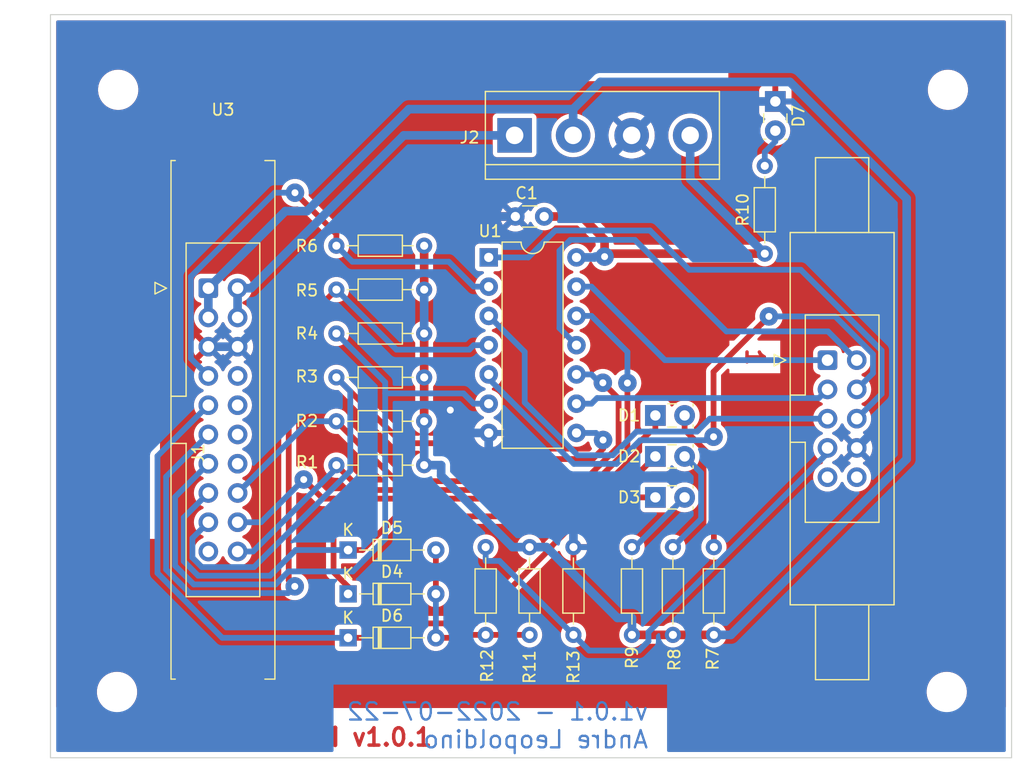
<source format=kicad_pcb>
(kicad_pcb (version 20211014) (generator pcbnew)
  (layers (0 "F.Cu" signal) (31 "B.Cu" signal) (34 "B.Paste" user) (35 "F.Paste" user) (36 "B.SilkS" user "B.Silkscreen") (37 "F.SilkS" user "F.Silkscreen") (38 "B.Mask" user) (39 "F.Mask" user) (44 "Edge.Cuts" user))
  (net 0 "")
  (net 1 "+5V")
  (net 2 "GND")
  (net 3 "ERROR_A\\")
  (net 4 "ERROR_B\\")
  (net 5 "ERROR_C\\")
  (net 6 "/ERR_ALL")
  (net 7 "Net-(D7-Pad2)")
  (net 8 "DSP_PWM_A_TOP")
  (net 9 "DSP_PWM_A_BOTTOM")
  (net 10 "DSP_PWM_B_TOP")
  (net 11 "DSP_PWM_B_BOTTOM")
  (net 12 "DSP_PWM_C_TOP")
  (net 13 "DSP_PWM_C_BOTTOM")
  (net 14 "DSP_ERROR\\")
  (net 17 "-15V")
  (net 18 "+15V")
  (net 19 "PWM_A_TOP")
  (net 20 "PWM_A_BOTTOM")
  (net 21 "PWM_B_TOP")
  (net 22 "PWM_B_BOTTOM")
  (net 23 "PWM_C_TOP")
  (net 24 "PWM_C_BOTTOM")
  (net 30 "/LED_ERR_A")
  (net 31 "/LED_ERR_B")
  (net 32 "/LED_ERR_C")
  (footprint "MountingHole:MountingHole_2.7mm" (layer "F.Cu") (at 106.2736 56.6928)
    (fp_text reference "H3" (at 0.1016 -0.0508) (layer "F.SilkS"))
    (fp_text value "MountingHole")
    (pad "" np_thru_hole circle (at 0 0) (size 2.7 2.7) (drill 2.7) (layers *.Cu *.Mask))
  )
  (footprint "Package_DIP:DIP-14_W7.62mm" (layer "F.Cu") (at 138.44 71.242)
    (fp_text reference "U1" (at 0.117 -2.281) (layer "F.SilkS"))
    (fp_text value "74LS07")
    (pad "1" thru_hole rect (at 0 0) (size 1.6 1.6) (drill 0.8) (layers *.Cu *.Mask) (net 13 "DSP_PWM_C_BOTTOM"))
    (pad "2" thru_hole oval (at 0 2.54) (size 1.6 1.6) (drill 0.8) (layers *.Cu *.Mask) (net 24 "PWM_C_BOTTOM"))
    (pad "3" thru_hole oval (at 0 5.08) (size 1.6 1.6) (drill 0.8) (layers *.Cu *.Mask) (net 12 "DSP_PWM_C_TOP"))
    (pad "4" thru_hole oval (at 0 7.62) (size 1.6 1.6) (drill 0.8) (layers *.Cu *.Mask) (net 23 "PWM_C_TOP"))
    (pad "5" thru_hole oval (at 0 10.16) (size 1.6 1.6) (drill 0.8) (layers *.Cu *.Mask) (net 11 "DSP_PWM_B_BOTTOM"))
    (pad "6" thru_hole oval (at 0 12.7) (size 1.6 1.6) (drill 0.8) (layers *.Cu *.Mask) (net 22 "PWM_B_BOTTOM"))
    (pad "7" thru_hole oval (at 0 15.24) (size 1.6 1.6) (drill 0.8) (layers *.Cu *.Mask) (net 2 "GND"))
    (pad "8" thru_hole oval (at 7.62 15.24) (size 1.6 1.6) (drill 0.8) (layers *.Cu *.Mask) (net 21 "PWM_B_TOP"))
    (pad "9" thru_hole oval (at 7.62 12.7) (size 1.6 1.6) (drill 0.8) (layers *.Cu *.Mask) (net 10 "DSP_PWM_B_TOP"))
    (pad "10" thru_hole oval (at 7.62 10.16) (size 1.6 1.6) (drill 0.8) (layers *.Cu *.Mask) (net 20 "PWM_A_BOTTOM"))
    (pad "11" thru_hole oval (at 7.62 7.62) (size 1.6 1.6) (drill 0.8) (layers *.Cu *.Mask) (net 9 "DSP_PWM_A_BOTTOM"))
    (pad "12" thru_hole oval (at 7.62 5.08) (size 1.6 1.6) (drill 0.8) (layers *.Cu *.Mask) (net 19 "PWM_A_TOP"))
    (pad "13" thru_hole oval (at 7.62 2.54) (size 1.6 1.6) (drill 0.8) (layers *.Cu *.Mask) (net 8 "DSP_PWM_A_TOP"))
    (pad "14" thru_hole oval (at 7.62 0) (size 1.6 1.6) (drill 0.8) (layers *.Cu *.Mask) (net 1 "+5V"))
  )
  (footprint "MountingHole:MountingHole_2.7mm" (layer "F.Cu") (at 106.172 108.966)
    (fp_text reference "H2" (at 0.1016 0) (layer "F.SilkS"))
    (fp_text value "MountingHole")
    (pad "" np_thru_hole circle (at 0 0) (size 2.7 2.7) (drill 2.7) (layers *.Cu *.Mask))
  )
  (footprint "TerminalBlock:TerminalBlock_bornier-4_P5.08mm" (layer "F.Cu") (at 140.6897 60.6475)
    (fp_text reference "J2" (at -3.9107 0.1855) (layer "F.SilkS"))
    (fp_text value "Screw_Terminal_01x04")
    (pad "1" thru_hole rect (at 0 0) (size 3 3) (drill 1.52) (layers *.Cu "B.Mask") (net 17 "-15V"))
    (pad "2" thru_hole circle (at 5.08 0) (size 3 3) (drill 1.52) (layers *.Cu "B.Mask") (net 18 "+15V"))
    (pad "3" thru_hole circle (at 10.16 0) (size 3 3) (drill 1.52) (layers *.Cu "B.Mask") (net 2 "GND"))
    (pad "4" thru_hole circle (at 15.24 0) (size 3 3) (drill 1.52) (layers *.Cu "B.Mask") (net 1 "+5V"))
  )
  (footprint "LED_THT:LED_Rectangular_W3.9mm_H1.9mm" (layer "F.Cu") (at 152.908 88.519)
    (fp_text reference "D2" (at -2.281 0) (layer "F.SilkS"))
    (fp_text value "LED GREEN")
    (pad "1" thru_hole rect (at 0 0) (size 1.8 1.8) (drill 0.9) (layers *.Cu *.Mask) (net 4 "ERROR_B\\"))
    (pad "2" thru_hole circle (at 2.54 0) (size 1.8 1.8) (drill 0.9) (layers *.Cu *.Mask) (net 31 "/LED_ERR_B"))
  )
  (footprint "Resistor_THT:R_Axial_DIN0204_L3.6mm_D1.6mm_P7.62mm_Horizontal" (layer "F.Cu") (at 125.2157 85.4678)
    (fp_text reference "R2" (at -2.5654 -0.0254) (layer "F.SilkS"))
    (fp_text value "1k")
    (pad "1" thru_hole circle (at 0 0) (size 1.4 1.4) (drill 0.7) (layers *.Cu *.Mask) (net 20 "PWM_A_BOTTOM"))
    (pad "2" thru_hole oval (at 7.62 0) (size 1.4 1.4) (drill 0.7) (layers *.Cu *.Mask) (net 18 "+15V"))
  )
  (footprint "Connector_IDC:IDC-Header_2x05_P2.54mm_Latch6.5mm_Vertical" (layer "F.Cu") (at 167.8527 80.1624)
    (fp_text reference "J1" (at -54.6318 8.1074 270) (layer "F.SilkS"))
    (fp_text value "Conn_02x05_Odd_Even")
    (pad "1" thru_hole roundrect (at 0 0) (size 1.7 1.7) (drill 1) (layers *.Cu *.Mask) (roundrect_rratio 0.1470588235) (net 8 "DSP_PWM_A_TOP"))
    (pad "2" thru_hole circle (at 2.54 0) (size 1.7 1.7) (drill 1) (layers *.Cu *.Mask) (net 9 "DSP_PWM_A_BOTTOM"))
    (pad "3" thru_hole circle (at 0 2.54) (size 1.7 1.7) (drill 1) (layers *.Cu *.Mask) (net 10 "DSP_PWM_B_TOP"))
    (pad "4" thru_hole circle (at 2.54 2.54) (size 1.7 1.7) (drill 1) (layers *.Cu *.Mask) (net 11 "DSP_PWM_B_BOTTOM"))
    (pad "5" thru_hole circle (at 0 5.08) (size 1.7 1.7) (drill 1) (layers *.Cu *.Mask) (net 12 "DSP_PWM_C_TOP"))
    (pad "6" thru_hole circle (at 2.54 5.08) (size 1.7 1.7) (drill 1) (layers *.Cu *.Mask) (net 13 "DSP_PWM_C_BOTTOM"))
    (pad "7" thru_hole circle (at 0 7.62) (size 1.7 1.7) (drill 1) (layers *.Cu *.Mask) (net 14 "DSP_ERROR\\"))
    (pad "8" thru_hole circle (at 2.54 7.62) (size 1.7 1.7) (drill 1) (layers *.Cu *.Mask) (net 2 "GND"))
    (pad "9" thru_hole circle (at 0 10.16) (size 1.7 1.7) (drill 1) (layers *.Cu *.Mask))
    (pad "10" thru_hole circle (at 2.54 10.16) (size 1.7 1.7) (drill 1) (layers *.Cu *.Mask))
  )
  (footprint "Resistor_THT:R_Axial_DIN0204_L3.6mm_D1.6mm_P7.62mm_Horizontal" (layer "F.Cu") (at 154.432 96.393 -90)
    (fp_text reference "R8" (at 9.779 -0.127 90) (layer "F.SilkS"))
    (fp_text value "1k")
    (pad "1" thru_hole circle (at 0 0 270) (size 1.4 1.4) (drill 0.7) (layers *.Cu *.Mask) (net 31 "/LED_ERR_B"))
    (pad "2" thru_hole oval (at 7.62 0 270) (size 1.4 1.4) (drill 0.7) (layers *.Cu *.Mask) (net 18 "+15V"))
  )
  (footprint "MountingHole:MountingHole_2.7mm" (layer "F.Cu") (at 178.2064 108.966)
    (fp_text reference "H4" (at 0.2032 0) (layer "F.SilkS"))
    (fp_text value "MountingHole")
    (pad "" np_thru_hole circle (at 0 0) (size 2.7 2.7) (drill 2.7) (layers *.Cu *.Mask))
  )
  (footprint "Resistor_THT:R_Axial_DIN0204_L3.6mm_D1.6mm_P7.62mm_Horizontal" (layer "F.Cu") (at 125.2157 89.2778)
    (fp_text reference "R1" (at -2.5337 -0.2508) (layer "F.SilkS"))
    (fp_text value "1k")
    (pad "1" thru_hole circle (at 0 0) (size 1.4 1.4) (drill 0.7) (layers *.Cu *.Mask) (net 19 "PWM_A_TOP"))
    (pad "2" thru_hole oval (at 7.62 0) (size 1.4 1.4) (drill 0.7) (layers *.Cu *.Mask) (net 18 "+15V"))
  )
  (footprint "LED_THT:LED_Rectangular_W3.9mm_H1.9mm" (layer "F.Cu") (at 163.322 57.7038 -90)
    (fp_text reference "D7" (at 1.27 -2.01 -90) (layer "F.SilkS"))
    (fp_text value "LED GREEN")
    (pad "1" thru_hole rect (at 0 0 270) (size 1.8 1.8) (drill 0.9) (layers *.Cu *.Mask) (net 2 "GND"))
    (pad "2" thru_hole circle (at 2.54 0 270) (size 1.8 1.8) (drill 0.9) (layers *.Cu *.Mask) (net 7 "Net-(D7-Pad2)"))
  )
  (footprint "Resistor_THT:R_Axial_DIN0204_L3.6mm_D1.6mm_P7.62mm_Horizontal" (layer "F.Cu") (at 145.796 104.013 90)
    (fp_text reference "R13" (at -2.794 0 90) (layer "F.SilkS"))
    (fp_text value "4k7")
    (pad "1" thru_hole circle (at 0 0 90) (size 1.4 1.4) (drill 0.7) (layers *.Cu *.Mask) (net 14 "DSP_ERROR\\"))
    (pad "2" thru_hole oval (at 7.62 0 90) (size 1.4 1.4) (drill 0.7) (layers *.Cu *.Mask) (net 2 "GND"))
  )
  (footprint "Resistor_THT:R_Axial_DIN0204_L3.6mm_D1.6mm_P7.62mm_Horizontal" (layer "F.Cu") (at 157.988 96.393 -90)
    (fp_text reference "R7" (at 9.7282 0.1016 90) (layer "F.SilkS"))
    (fp_text value "1k")
    (pad "1" thru_hole circle (at 0 0 270) (size 1.4 1.4) (drill 0.7) (layers *.Cu *.Mask) (net 30 "/LED_ERR_A"))
    (pad "2" thru_hole oval (at 7.62 0 270) (size 1.4 1.4) (drill 0.7) (layers *.Cu *.Mask) (net 18 "+15V"))
  )
  (footprint "Resistor_THT:R_Axial_DIN0204_L3.6mm_D1.6mm_P7.62mm_Horizontal" (layer "F.Cu") (at 125.2157 70.2278)
    (fp_text reference "R6" (at -2.5654 0.0254) (layer "F.SilkS"))
    (fp_text value "1k")
    (pad "1" thru_hole circle (at 0 0) (size 1.4 1.4) (drill 0.7) (layers *.Cu *.Mask) (net 24 "PWM_C_BOTTOM"))
    (pad "2" thru_hole oval (at 7.62 0) (size 1.4 1.4) (drill 0.7) (layers *.Cu *.Mask) (net 18 "+15V"))
  )
  (footprint "Diode_THT:D_DO-34_SOD68_P7.62mm_Horizontal" (layer "F.Cu") (at 126.233 96.647)
    (fp_text reference "D5" (at 3.81 -1.92) (layer "F.SilkS"))
    (fp_text value "D")
    (fp_text user "K" (at 0 -1.75) (layer "F.SilkS"))
    (pad "1" thru_hole rect (at 0 0) (size 1.5 1.5) (drill 0.75) (layers *.Cu *.Mask) (net 4 "ERROR_B\\"))
    (pad "2" thru_hole oval (at 7.62 0) (size 1.5 1.5) (drill 0.75) (layers *.Cu *.Mask) (net 6 "/ERR_ALL"))
  )
  (footprint "Capacitor_THT:C_Disc_D3.0mm_W1.6mm_P2.50mm" (layer "F.Cu") (at 143.256 67.691 180)
    (fp_text reference "C1" (at 1.524 2.032) (layer "F.SilkS"))
    (fp_text value "1n")
    (pad "1" thru_hole circle (at 0 0 180) (size 1.6 1.6) (drill 0.8) (layers *.Cu *.Mask) (net 1 "+5V"))
    (pad "2" thru_hole circle (at 2.5 0 180) (size 1.6 1.6) (drill 0.8) (layers *.Cu *.Mask) (net 2 "GND"))
  )
  (footprint "Resistor_THT:R_Axial_DIN0204_L3.6mm_D1.6mm_P7.62mm_Horizontal" (layer "F.Cu") (at 125.2157 81.6578)
    (fp_text reference "R3" (at -2.5654 -0.0762) (layer "F.SilkS"))
    (fp_text value "1k")
    (pad "1" thru_hole circle (at 0 0) (size 1.4 1.4) (drill 0.7) (layers *.Cu *.Mask) (net 21 "PWM_B_TOP"))
    (pad "2" thru_hole oval (at 7.62 0) (size 1.4 1.4) (drill 0.7) (layers *.Cu *.Mask) (net 18 "+15V"))
  )
  (footprint "Resistor_THT:R_Axial_DIN0204_L3.6mm_D1.6mm_P7.62mm_Horizontal" (layer "F.Cu") (at 150.876 96.393 -90)
    (fp_text reference "R9" (at 9.6012 0 90) (layer "F.SilkS"))
    (fp_text value "1k")
    (pad "1" thru_hole circle (at 0 0 270) (size 1.4 1.4) (drill 0.7) (layers *.Cu *.Mask) (net 32 "/LED_ERR_C"))
    (pad "2" thru_hole oval (at 7.62 0 270) (size 1.4 1.4) (drill 0.7) (layers *.Cu *.Mask) (net 18 "+15V"))
  )
  (footprint "LED_THT:LED_Rectangular_W3.9mm_H1.9mm" (layer "F.Cu") (at 152.908 84.963)
    (fp_text reference "D1" (at -2.281 0) (layer "F.SilkS"))
    (fp_text value "LED YELLOW")
    (pad "1" thru_hole rect (at 0 0) (size 1.8 1.8) (drill 0.9) (layers *.Cu *.Mask) (net 3 "ERROR_A\\"))
    (pad "2" thru_hole circle (at 2.54 0) (size 1.8 1.8) (drill 0.9) (layers *.Cu *.Mask) (net 30 "/LED_ERR_A"))
  )
  (footprint "Resistor_THT:R_Axial_DIN0204_L3.6mm_D1.6mm_P7.62mm_Horizontal" (layer "F.Cu") (at 162.4076 70.9168 90)
    (fp_text reference "R10" (at 3.81 -1.92 90) (layer "F.SilkS"))
    (fp_text value "330")
    (pad "1" thru_hole circle (at 0 0 90) (size 1.4 1.4) (drill 0.7) (layers *.Cu *.Mask) (net 1 "+5V"))
    (pad "2" thru_hole oval (at 7.62 0 90) (size 1.4 1.4) (drill 0.7) (layers *.Cu *.Mask) (net 7 "Net-(D7-Pad2)"))
  )
  (footprint "Resistor_THT:R_Axial_DIN0204_L3.6mm_D1.6mm_P7.62mm_Horizontal" (layer "F.Cu") (at 125.2157 74.0378)
    (fp_text reference "R5" (at -2.5654 0.0762) (layer "F.SilkS"))
    (fp_text value "1k")
    (pad "1" thru_hole circle (at 0 0) (size 1.4 1.4) (drill 0.7) (layers *.Cu *.Mask) (net 23 "PWM_C_TOP"))
    (pad "2" thru_hole oval (at 7.62 0) (size 1.4 1.4) (drill 0.7) (layers *.Cu *.Mask) (net 18 "+15V"))
  )
  (footprint "Diode_THT:D_DO-34_SOD68_P7.62mm_Horizontal" (layer "F.Cu") (at 126.233 100.457)
    (fp_text reference "D4" (at 3.81 -1.92) (layer "F.SilkS"))
    (fp_text value "D")
    (fp_text user "K" (at 0 -1.75) (layer "F.SilkS"))
    (pad "1" thru_hole rect (at 0 0) (size 1.5 1.5) (drill 0.75) (layers *.Cu *.Mask) (net 3 "ERROR_A\\"))
    (pad "2" thru_hole oval (at 7.62 0) (size 1.5 1.5) (drill 0.75) (layers *.Cu *.Mask) (net 6 "/ERR_ALL"))
  )
  (footprint "doutorado:PL-117-V01-2" (layer "F.Cu") (at 115.3685 85.3441)
    (fp_text reference "U3" (at 0 -26.924 unlocked) (layer "F.SilkS"))
    (fp_text value "PL-117-V01")
    (pad "1" thru_hole roundrect (at -1.27 -11.43) (size 1.7 1.7) (drill 1) (layers *.Cu *.Mask) (roundrect_rratio 0.1470588235) (net 18 "+15V"))
    (pad "2" thru_hole circle (at 1.27 -11.43) (size 1.7 1.7) (drill 1) (layers *.Cu *.Mask) (net 17 "-15V"))
    (pad "3" thru_hole circle (at -1.27 -8.89) (size 1.7 1.7) (drill 1) (layers *.Cu *.Mask) (net 18 "+15V"))
    (pad "4" thru_hole circle (at 1.27 -8.89) (size 1.7 1.7) (drill 1) (layers *.Cu *.Mask) (net 17 "-15V"))
    (pad "5" thru_hole circle (at -1.27 -6.35) (size 1.7 1.7) (drill 1) (layers *.Cu *.Mask) (net 2 "GND"))
    (pad "6" thru_hole circle (at 1.27 -6.35) (size 1.7 1.7) (drill 1) (layers *.Cu *.Mask) (net 2 "GND"))
    (pad "7" thru_hole circle (at -1.27 -3.81) (size 1.7 1.7) (drill 1) (layers *.Cu *.Mask) (net 24 "PWM_C_BOTTOM"))
    (pad "8" thru_hole circle (at 1.27 -3.81) (size 1.7 1.7) (drill 1) (layers *.Cu *.Mask))
    (pad "9" thru_hole circle (at -1.27 -1.27) (size 1.7 1.7) (drill 1) (layers *.Cu *.Mask) (net 5 "ERROR_C\\"))
    (pad "10" thru_hole circle (at 1.27 -1.27) (size 1.7 1.7) (drill 1) (layers *.Cu *.Mask))
    (pad "11" thru_hole circle (at -1.27 1.27) (size 1.7 1.7) (drill 1) (layers *.Cu *.Mask) (net 23 "PWM_C_TOP"))
    (pad "12" thru_hole circle (at 1.27 1.27) (size 1.7 1.7) (drill 1) (layers *.Cu *.Mask))
    (pad "13" thru_hole circle (at -1.27 3.81) (size 1.7 1.7) (drill 1) (layers *.Cu *.Mask) (net 22 "PWM_B_BOTTOM"))
    (pad "14" thru_hole circle (at 1.27 3.81) (size 1.7 1.7) (drill 1) (layers *.Cu *.Mask))
    (pad "15" thru_hole circle (at -1.27 6.35) (size 1.7 1.7) (drill 1) (layers *.Cu *.Mask) (net 4 "ERROR_B\\"))
    (pad "16" thru_hole circle (at 1.27 6.35) (size 1.7 1.7) (drill 1) (layers *.Cu *.Mask) (net 20 "PWM_A_BOTTOM"))
    (pad "17" thru_hole circle (at -1.27 8.89) (size 1.7 1.7) (drill 1) (layers *.Cu *.Mask) (net 21 "PWM_B_TOP"))
    (pad "18" thru_hole circle (at 1.27 8.89) (size 1.7 1.7) (drill 1) (layers *.Cu *.Mask) (net 3 "ERROR_A\\"))
    (pad "19" thru_hole circle (at -1.27 11.43) (size 1.7 1.7) (drill 1) (layers *.Cu *.Mask))
    (pad "20" thru_hole circle (at 1.27 11.43) (size 1.7 1.7) (drill 1) (layers *.Cu *.Mask) (net 19 "PWM_A_TOP"))
  )
  (footprint "Resistor_THT:R_Axial_DIN0204_L3.6mm_D1.6mm_P7.62mm_Horizontal" (layer "F.Cu") (at 141.986 104.013 90)
    (fp_text reference "R11" (at -2.794 0 90) (layer "F.SilkS"))
    (fp_text value "4k7")
    (pad "1" thru_hole circle (at 0 0 90) (size 1.4 1.4) (drill 0.7) (layers *.Cu *.Mask) (net 6 "/ERR_ALL"))
    (pad "2" thru_hole oval (at 7.62 0 90) (size 1.4 1.4) (drill 0.7) (layers *.Cu *.Mask) (net 18 "+15V"))
  )
  (footprint "MountingHole:MountingHole_2.7mm" (layer "F.Cu") (at 178.308 56.6928)
    (fp_text reference "H1" (at 0 -0.0508) (layer "F.SilkS"))
    (fp_text value "MountingHole")
    (pad "" np_thru_hole circle (at 0 0) (size 2.7 2.7) (drill 2.7) (layers *.Cu *.Mask))
  )
  (footprint "Diode_THT:D_DO-34_SOD68_P7.62mm_Horizontal" (layer "F.Cu") (at 126.233 104.267)
    (fp_text reference "D6" (at 3.81 -1.92) (layer "F.SilkS"))
    (fp_text value "D")
    (fp_text user "K" (at 0 -1.75) (layer "F.SilkS"))
    (pad "1" thru_hole rect (at 0 0) (size 1.5 1.5) (drill 0.75) (layers *.Cu *.Mask) (net 5 "ERROR_C\\"))
    (pad "2" thru_hole oval (at 7.62 0) (size 1.5 1.5) (drill 0.75) (layers *.Cu *.Mask) (net 6 "/ERR_ALL"))
  )
  (footprint "Resistor_THT:R_Axial_DIN0204_L3.6mm_D1.6mm_P7.62mm_Horizontal" (layer "F.Cu") (at 125.2157 77.8478)
    (fp_text reference "R4" (at -2.5654 0) (layer "F.SilkS"))
    (fp_text value "1k")
    (pad "1" thru_hole circle (at 0 0) (size 1.4 1.4) (drill 0.7) (layers *.Cu *.Mask) (net 22 "PWM_B_BOTTOM"))
    (pad "2" thru_hole oval (at 7.62 0) (size 1.4 1.4) (drill 0.7) (layers *.Cu *.Mask) (net 18 "+15V"))
  )
  (footprint "LED_THT:LED_Rectangular_W3.9mm_H1.9mm" (layer "F.Cu") (at 152.908 92.075)
    (fp_text reference "D3" (at -2.281 0) (layer "F.SilkS"))
    (fp_text value "LED RED")
    (pad "1" thru_hole rect (at 0 0) (size 1.8 1.8) (drill 0.9) (layers *.Cu *.Mask) (net 5 "ERROR_C\\"))
    (pad "2" thru_hole circle (at 2.54 0) (size 1.8 1.8) (drill 0.9) (layers *.Cu *.Mask) (net 32 "/LED_ERR_C"))
  )
  (footprint "Resistor_THT:R_Axial_DIN0204_L3.6mm_D1.6mm_P7.62mm_Horizontal" (layer "F.Cu") (at 138.176 104.013 90)
    (fp_text reference "R12" (at -2.6924 0.127 90) (layer "F.SilkS"))
    (fp_text value "12k")
    (pad "1" thru_hole circle (at 0 0 90) (size 1.4 1.4) (drill 0.7) (layers *.Cu *.Mask) (net 6 "/ERR_ALL"))
    (pad "2" thru_hole oval (at 7.62 0 90) (size 1.4 1.4) (drill 0.7) (layers *.Cu *.Mask) (net 14 "DSP_ERROR\\"))
  )
  (gr_rect (start 100.3935 50.165) (end 183.8325 114.681) (layer "Edge.Cuts") (width 0.1) (fill none))
  (gr_text "+5V GND +15V -15V" (at 148.716051 53.975 180) (layer "F.Cu") (effects (font (size 1.2 1.2) (thickness 0.3))))
  (gr_text "entrada DSP" (at 177.7492 85.344 90) (layer "F.Cu") (effects (font (size 1.5 1.5) (thickness 0.3))))
  (gr_text "1" (at 107.95 73.787 270) (layer "F.Cu") (effects (font (size 1.5 1.5) (thickness 0.3))))
  (gr_text "1" (at 161.544 79.883 270) (layer "F.Cu") (effects (font (size 1.5 1.5) (thickness 0.3))))
  (gr_text "Interface PWM" (at 109.22 112.903) (layer "F.Cu") (effects (font (size 1.5 1.5) (thickness 0.375)) (justify left)))
  (gr_text "v1.0.1" (at 130.048 112.903) (layer "F.Cu") (effects (font (size 1.5 1.5) (thickness 0.3))))
  (gr_text "interface optica" (at 107.696 85.979 270) (layer "F.Cu") (effects (font (size 1.5 1.5) (thickness 0.3))))
  (gr_text "v1.0.1 - 2022-07-22\nAndre Leopoldino" (at 152.4 111.887) (layer "B.Cu") (effects (font (size 1.5 1.5) (thickness 0.2)) (justify left mirror)))
  (gr_text "R1" (at 122.675667 89.023819) (layer "F.SilkS") (effects (font (size 1 1))))
  (segment (start 148.5003 70.9168) (end 148.5003 71.1741) (width 0.75) (layer "F.Cu") (net 1))
  (segment (start 143.256 67.691) (end 146.4962 67.691) (width 0.75) (layer "F.Cu") (net 1))
  (segment (start 148.5003 69.6951) (end 148.5003 70.9168) (width 0.75) (layer "F.Cu") (net 1))
  (segment (start 146.4962 67.691) (end 148.5003 69.6951) (width 0.75) (layer "F.Cu") (net 1))
  (segment (start 148.5003 70.9168) (end 162.4076 70.9168) (width 0.75) (layer "F.Cu") (net 1))
  (via (at 148.5003 71.1741) (size 1.6) (drill 0.6) (layers "F.Cu" "B.Cu") (net 1))
  (segment (start 147.6353 71.242) (end 147.7032 71.1741) (width 0.75) (layer "B.Cu") (net 1))
  (segment (start 155.9297 64.4389) (end 155.9297 60.6475) (width 0.75) (layer "B.Cu") (net 1))
  (segment (start 146.06 71.242) (end 147.6353 71.242) (width 0.75) (layer "B.Cu") (net 1))
  (segment (start 162.4076 70.9168) (end 155.9297 64.4389) (width 0.75) (layer "B.Cu") (net 1))
  (segment (start 147.7032 71.1741) (end 148.5003 71.1741) (width 0.75) (layer "B.Cu") (net 1))
  (segment (start 137.6619 67.691) (end 135.1057 70.2472) (width 0.75) (layer "F.Cu") (net 2))
  (segment (start 135.1057 70.2472) (end 135.1057 84.4988) (width 0.75) (layer "F.Cu") (net 2))
  (segment (start 140.756 67.691) (end 137.6619 67.691) (width 0.75) (layer "F.Cu") (net 2))
  (via (at 135.1057 84.4988) (size 1.6) (drill 0.6) (layers "F.Cu" "B.Cu") (net 2))
  (segment (start 138.44 88.0573) (end 138.9356 88.0573) (width 0.75) (layer "B.Cu") (net 2))
  (segment (start 150.8497 60.6475) (end 153.7934 57.7038) (width 0.75) (layer "B.Cu") (net 2))
  (segment (start 144.1624 64.2846) (end 147.2126 64.2846) (width 0.75) (layer "B.Cu") (net 2))
  (segment (start 140.756 67.691) (end 125.6455 67.691) (width 0.75) (layer "B.Cu") (net 2))
  (segment (start 170.3927 87.7824) (end 173.5772 84.5979) (width 0.75) (layer "B.Cu") (net 2))
  (segment (start 173.5772 84.5979) (end 173.5772 67.959) (width 0.75) (layer "B.Cu") (net 2))
  (segment (start 153.7934 57.7038) (end 163.322 57.7038) (width 0.75) (layer "B.Cu") (net 2))
  (segment (start 173.5772 67.959) (end 163.322 57.7038) (width 0.75) (layer "B.Cu") (net 2))
  (segment (start 120.6946 72.6419) (end 120.6946 74.938) (width 0.75) (layer "B.Cu") (net 2))
  (segment (start 138.44 86.482) (end 136.8647 86.482) (width 0.75) (layer "B.Cu") (net 2))
  (segment (start 140.756 67.691) (end 144.1624 64.2846) (width 0.75) (layer "B.Cu") (net 2))
  (segment (start 136.8647 86.2578) (end 136.8647 86.482) (width 0.75) (layer "B.Cu") (net 2))
  (segment (start 145.796 96.393) (end 145.796 94.9177) (width 0.75) (layer "B.Cu") (net 2))
  (segment (start 138.44 86.482) (end 138.44 88.0573) (width 0.75) (layer "B.Cu") (net 2))
  (segment (start 120.6946 74.938) (end 116.6385 78.9941) (width 0.75) (layer "B.Cu") (net 2))
  (segment (start 147.2126 64.2846) (end 150.8497 60.6475) (width 0.75) (layer "B.Cu") (net 2))
  (segment (start 138.9356 88.0573) (end 145.796 94.9177) (width 0.75) (layer "B.Cu") (net 2))
  (segment (start 125.6455 67.691) (end 120.6946 72.6419) (width 0.75) (layer "B.Cu") (net 2))
  (segment (start 116.6385 78.9941) (end 114.0985 78.9941) (width 0.75) (layer "B.Cu") (net 2))
  (segment (start 135.1057 84.4988) (end 136.8647 86.2578) (width 0.75) (layer "B.Cu") (net 2))
  (segment (start 124.9685 92.1856) (end 147.3715 92.1856) (width 0.5) (layer "F.Cu") (net 3))
  (segment (start 124.9685 92.1856) (end 124.9685 98.5673) (width 0.5) (layer "F.Cu") (net 3))
  (segment (start 124.0387 92.1856) (end 122.3793 90.5262) (width 0.5) (layer "F.Cu") (net 3))
  (segment (start 124.9685 92.1856) (end 124.0387 92.1856) (width 0.5) (layer "F.Cu") (net 3))
  (segment (start 147.3715 92.1856) (end 151.5077 88.0494) (width 0.5) (layer "F.Cu") (net 3))
  (segment (start 152.4703 86.3633) (end 152.908 86.3633) (width 0.5) (layer "F.Cu") (net 3))
  (segment (start 151.5077 88.0494) (end 151.5077 87.3259) (width 0.5) (layer "F.Cu") (net 3))
  (segment (start 151.5077 87.3259) (end 152.4703 86.3633) (width 0.5) (layer "F.Cu") (net 3))
  (segment (start 124.9685 98.5673) (end 126.233 99.8318) (width 0.5) (layer "F.Cu") (net 3))
  (segment (start 126.233 100.457) (end 126.233 99.8318) (width 0.5) (layer "F.Cu") (net 3))
  (segment (start 152.908 84.963) (end 152.908 86.3633) (width 0.5) (layer "F.Cu") (net 3))
  (via (at 122.3793 90.5262) (size 1.6) (drill 0.6) (layers "F.Cu" "B.Cu") (net 3))
  (segment (start 118.6714 94.2341) (end 116.6385 94.2341) (width 0.5) (layer "B.Cu") (net 3))
  (segment (start 122.3793 90.5262) (end 118.6714 94.2341) (width 0.5) (layer "B.Cu") (net 3))
  (segment (start 147.7029 93.7241) (end 152.908 88.519) (width 0.5) (layer "F.Cu") (net 4))
  (segment (start 130.4062 93.7241) (end 147.7029 93.7241) (width 0.5) (layer "F.Cu") (net 4))
  (segment (start 126.233 96.647) (end 127.4833 96.647) (width 0.5) (layer "F.Cu") (net 4))
  (segment (start 127.4833 96.647) (end 130.4062 93.7241) (width 0.5) (layer "F.Cu") (net 4))
  (segment (start 119.4547 98.8773) (end 113.22 98.8773) (width 0.5) (layer "B.Cu") (net 4))
  (segment (start 113.22 98.8773) (end 111.9658 97.6231) (width 0.5) (layer "B.Cu") (net 4))
  (segment (start 124.9827 96.647) (end 121.685 96.647) (width 0.5) (layer "B.Cu") (net 4))
  (segment (start 111.9658 93.8268) (end 114.0985 91.6941) (width 0.5) (layer "B.Cu") (net 4))
  (segment (start 126.233 96.647) (end 124.9827 96.647) (width 0.5) (layer "B.Cu") (net 4))
  (segment (start 111.9658 97.6231) (end 111.9658 93.8268) (width 0.5) (layer "B.Cu") (net 4))
  (segment (start 121.685 96.647) (end 119.4547 98.8773) (width 0.5) (layer "B.Cu") (net 4))
  (segment (start 148.8509 94.7318) (end 151.5077 92.075) (width 0.5) (layer "F.Cu") (net 5))
  (segment (start 128.7336 103.0167) (end 137.2837 103.0167) (width 0.5) (layer "F.Cu") (net 5))
  (segment (start 143.891 96.4094) (end 143.891 96.3238) (width 0.5) (layer "F.Cu") (net 5))
  (segment (start 145.483 94.7318) (end 148.8509 94.7318) (width 0.5) (layer "F.Cu") (net 5))
  (segment (start 137.2837 103.0167) (end 143.891 96.4094) (width 0.5) (layer "F.Cu") (net 5))
  (segment (start 127.4833 104.267) (end 128.7336 103.0167) (width 0.5) (layer "F.Cu") (net 5))
  (segment (start 152.908 92.075) (end 151.5077 92.075) (width 0.5) (layer "F.Cu") (net 5))
  (segment (start 143.891 96.3238) (end 145.483 94.7318) (width 0.5) (layer "F.Cu") (net 5))
  (segment (start 126.233 104.267) (end 127.4833 104.267) (width 0.5) (layer "F.Cu") (net 5))
  (segment (start 109.6834 98.6467) (end 115.3037 104.267) (width 0.5) (layer "B.Cu") (net 5))
  (segment (start 109.6834 88.4892) (end 109.6834 98.6467) (width 0.5) (layer "B.Cu") (net 5))
  (segment (start 115.3037 104.267) (end 126.233 104.267) (width 0.5) (layer "B.Cu") (net 5))
  (segment (start 114.0985 84.0741) (end 109.6834 88.4892) (width 0.5) (layer "B.Cu") (net 5))
  (segment (start 141.986 104.013) (end 138.176 104.013) (width 0.5) (layer "F.Cu") (net 6))
  (segment (start 133.853 104.267) (end 135.1033 104.267) (width 0.5) (layer "F.Cu") (net 6))
  (segment (start 135.3573 104.013) (end 135.1033 104.267) (width 0.5) (layer "F.Cu") (net 6))
  (segment (start 133.853 100.457) (end 133.853 96.647) (width 0.5) (layer "F.Cu") (net 6))
  (segment (start 138.176 104.013) (end 135.3573 104.013) (width 0.5) (layer "F.Cu") (net 6))
  (segment (start 133.853 100.457) (end 133.853 104.267) (width 0.5) (layer "B.Cu") (net 6))
  (segment (start 162.4076 63.2968) (end 162.4076 62.0965) (width 0.5) (layer "B.Cu") (net 7))
  (segment (start 163.322 61.1821) (end 163.322 60.2438) (width 0.5) (layer "B.Cu") (net 7))
  (segment (start 162.4076 62.0965) (end 163.322 61.1821) (width 0.5) (layer "B.Cu") (net 7))
  (segment (start 146.06 73.782) (end 147.3603 73.782) (width 0.5) (layer "B.Cu") (net 8))
  (segment (start 153.7407 80.1624) (end 147.3603 73.782) (width 0.5) (layer "B.Cu") (net 8))
  (segment (start 167.8527 80.1624) (end 153.7407 80.1624) (width 0.5) (layer "B.Cu") (net 8))
  (segment (start 159.0756 77.6655) (end 167.8958 77.6655) (width 0.5) (layer "B.Cu") (net 9))
  (segment (start 145.5265 69.7212) (end 151.1313 69.7212) (width 0.5) (layer "B.Cu") (net 9))
  (segment (start 144.5864 77.3884) (end 144.5864 70.6613) (width 0.5) (layer "B.Cu") (net 9))
  (segment (start 151.1313 69.7212) (end 159.0756 77.6655) (width 0.5) (layer "B.Cu") (net 9))
  (segment (start 144.5864 70.6613) (end 145.5265 69.7212) (width 0.5) (layer "B.Cu") (net 9))
  (segment (start 167.8958 77.6655) (end 170.3927 80.1624) (width 0.5) (layer "B.Cu") (net 9))
  (segment (start 146.06 78.862) (end 144.5864 77.3884) (width 0.5) (layer "B.Cu") (net 9))
  (segment (start 167.1024 83.4527) (end 167.8527 82.7024) (width 0.5) (layer "B.Cu") (net 10))
  (segment (start 146.06 83.942) (end 147.3603 83.942) (width 0.5) (layer "B.Cu") (net 10))
  (segment (start 147.3603 83.942) (end 147.8496 83.4527) (width 0.5) (layer "B.Cu") (net 10))
  (segment (start 147.8496 83.4527) (end 167.1024 83.4527) (width 0.5) (layer "B.Cu") (net 10))
  (segment (start 157.959 81.1728) (end 162.7666 76.3652) (width 0.5) (layer "F.Cu") (net 11))
  (segment (start 157.959 86.8124) (end 157.959 81.1728) (width 0.5) (layer "F.Cu") (net 11))
  (via (at 157.959 86.8124) (size 1.6) (drill 0.6) (layers "F.Cu" "B.Cu") (net 11))
  (via (at 162.7666 76.3652) (size 1.6) (drill 0.6) (layers "F.Cu" "B.Cu") (net 11))
  (segment (start 149.5333 89.1676) (end 151.5871 87.1138) (width 0.5) (layer "B.Cu") (net 11))
  (segment (start 138.44 81.7698) (end 145.8378 89.1676) (width 0.5) (layer "B.Cu") (net 11))
  (segment (start 157.6576 87.1138) (end 157.959 86.8124) (width 0.5) (layer "B.Cu") (net 11))
  (segment (start 168.5229 76.3652) (end 162.7666 76.3652) (width 0.5) (layer "B.Cu") (net 11))
  (segment (start 151.5871 87.1138) (end 157.6576 87.1138) (width 0.5) (layer "B.Cu") (net 11))
  (segment (start 171.8016 81.2935) (end 171.8016 79.6439) (width 0.5) (layer "B.Cu") (net 11))
  (segment (start 170.3927 82.7024) (end 171.8016 81.2935) (width 0.5) (layer "B.Cu") (net 11))
  (segment (start 171.8016 79.6439) (end 168.5229 76.3652) (width 0.5) (layer "B.Cu") (net 11))
  (segment (start 138.44 81.402) (end 138.44 81.7698) (width 0.5) (layer "B.Cu") (net 11))
  (segment (start 145.8378 89.1676) (end 149.5333 89.1676) (width 0.5) (layer "B.Cu") (net 11))
  (segment (start 149.2224 88.4172) (end 146.1487 88.4172) (width 0.5) (layer "B.Cu") (net 12))
  (segment (start 141.5664 79.4484) (end 138.44 76.322) (width 0.5) (layer "B.Cu") (net 12))
  (segment (start 157.639 85.2424) (end 156.5181 86.3633) (width 0.5) (layer "B.Cu") (net 12))
  (segment (start 141.5664 83.8349) (end 141.5664 79.4484) (width 0.5) (layer "B.Cu") (net 12))
  (segment (start 156.5181 86.3633) (end 151.2763 86.3633) (width 0.5) (layer "B.Cu") (net 12))
  (segment (start 151.2763 86.3633) (end 149.2224 88.4172) (width 0.5) (layer "B.Cu") (net 12))
  (segment (start 167.8527 85.2424) (end 157.639 85.2424) (width 0.5) (layer "B.Cu") (net 12))
  (segment (start 146.1487 88.4172) (end 141.5664 83.8349) (width 0.5) (layer "B.Cu") (net 12))
  (segment (start 141.8807 71.242) (end 139.7403 71.242) (width 0.5) (layer "B.Cu") (net 13))
  (segment (start 172.5519 79.333) (end 165.536 72.3171) (width 0.5) (layer "B.Cu") (net 13))
  (segment (start 170.3927 85.2424) (end 172.5519 83.0832) (width 0.5) (layer "B.Cu") (net 13))
  (segment (start 155.8497 72.3171) (end 152.4411 68.9085) (width 0.5) (layer "B.Cu") (net 13))
  (segment (start 172.5519 83.0832) (end 172.5519 79.333) (width 0.5) (layer "B.Cu") (net 13))
  (segment (start 144.2142 68.9085) (end 141.8807 71.242) (width 0.5) (layer "B.Cu") (net 13))
  (segment (start 138.44 71.242) (end 139.7403 71.242) (width 0.5) (layer "B.Cu") (net 13))
  (segment (start 152.4411 68.9085) (end 144.2142 68.9085) (width 0.5) (layer "B.Cu") (net 13))
  (segment (start 165.536 72.3171) (end 155.8497 72.3171) (width 0.5) (layer "B.Cu") (net 13))
  (segment (start 147.1597 105.3767) (end 145.796 104.013) (width 0.5) (layer "B.Cu") (net 14))
  (segment (start 167.8527 88.2323) (end 152.3073 103.7777) (width 0.5) (layer "B.Cu") (net 14))
  (segment (start 151.494 105.3767) (end 147.1597 105.3767) (width 0.5) (layer "B.Cu") (net 14))
  (segment (start 167.8527 87.7824) (end 167.8527 88.2323) (width 0.5) (layer "B.Cu") (net 14))
  (segment (start 152.3073 103.7777) (end 152.3073 104.5634) (width 0.5) (layer "B.Cu") (net 14))
  (segment (start 145.796 104.013) (end 139.3763 97.5933) (width 0.5) (layer "B.Cu") (net 14))
  (segment (start 139.3763 97.5933) (end 138.176 97.5933) (width 0.5) (layer "B.Cu") (net 14))
  (segment (start 138.176 96.393) (end 138.176 97.5933) (width 0.5) (layer "B.Cu") (net 14))
  (segment (start 152.3073 104.5634) (end 151.494 105.3767) (width 0.5) (layer "B.Cu") (net 14))
  (segment (start 116.6385 73.9141) (end 116.6385 76.4541) (width 0.75) (layer "B.Cu") (net 17))
  (segment (start 131.0621 60.6475) (end 117.7955 73.9141) (width 0.75) (layer "B.Cu") (net 17))
  (segment (start 117.7955 73.9141) (end 116.6385 73.9141) (width 0.75) (layer "B.Cu") (net 17))
  (segment (start 140.6897 60.6475) (end 131.0621 60.6475) (width 0.75) (layer "B.Cu") (net 17))
  (segment (start 132.8357 81.6578) (end 132.8357 85.4678) (width 0.75) (layer "F.Cu") (net 18))
  (segment (start 157.988 104.013) (end 154.432 104.013) (width 0.75) (layer "F.Cu") (net 18))
  (segment (start 132.8357 77.8478) (end 132.8357 81.6578) (width 0.75) (layer "F.Cu") (net 18))
  (segment (start 132.8357 74.0378) (end 132.8357 70.2278) (width 0.75) (layer "F.Cu") (net 18))
  (segment (start 150.876 104.013) (end 154.432 104.013) (width 0.75) (layer "F.Cu") (net 18))
  (segment (start 148.129 56.011) (end 145.7697 58.3703) (width 0.75) (layer "B.Cu") (net 18))
  (segment (start 174.7275 88.7488) (end 174.7275 66.1478) (width 0.75) (layer "B.Cu") (net 18))
  (segment (start 132.8357 89.2778) (end 132.8357 85.4678) (width 0.75) (layer "B.Cu") (net 18))
  (segment (start 157.988 104.013) (end 159.4633 104.013) (width 0.75) (layer "B.Cu") (net 18))
  (segment (start 149.606 102.5377) (end 143.4613 96.393) (width 0.75) (layer "B.Cu") (net 18))
  (segment (start 150.876 102.5377) (end 149.606 102.5377) (width 0.75) (layer "B.Cu") (net 18))
  (segment (start 141.986 96.393) (end 143.4613 96.393) (width 0.75) (layer "B.Cu") (net 18))
  (segment (start 114.0985 73.9141) (end 114.0985 76.4541) (width 0.75) (layer "B.Cu") (net 18))
  (segment (start 164.5907 56.011) (end 148.129 56.011) (width 0.75) (layer "B.Cu") (net 18))
  (segment (start 134.311 89.2778) (end 134.311 90.1933) (width 0.75) (layer "B.Cu") (net 18))
  (segment (start 141.986 96.393) (end 140.5107 96.393) (width 0.75) (layer "B.Cu") (net 18))
  (segment (start 150.876 104.013) (end 150.876 102.5377) (width 0.75) (layer "B.Cu") (net 18))
  (segment (start 145.7697 58.3703) (end 145.7697 60.6475) (width 0.75) (layer "B.Cu") (net 18))
  (segment (start 122.6648 67.2239) (end 120.7887 67.2239) (width 0.75) (layer "B.Cu") (net 18))
  (segment (start 132.8357 77.8478) (end 132.8357 74.0378) (width 0.75) (layer "B.Cu") (net 18))
  (segment (start 132.8357 89.2778) (end 134.311 89.2778) (width 0.75) (layer "B.Cu") (net 18))
  (segment (start 131.5184 58.3703) (end 122.6648 67.2239) (width 0.75) (layer "B.Cu") (net 18))
  (segment (start 145.7697 58.3703) (end 131.5184 58.3703) (width 0.75) (layer "B.Cu") (net 18))
  (segment (start 159.4633 104.013) (end 174.7275 88.7488) (width 0.75) (layer "B.Cu") (net 18))
  (segment (start 120.7887 67.2239) (end 114.0985 73.9141) (width 0.75) (layer "B.Cu") (net 18))
  (segment (start 134.311 90.1933) (end 140.5107 96.393) (width 0.75) (layer "B.Cu") (net 18))
  (segment (start 174.7275 66.1478) (end 164.5907 56.011) (width 0.75) (layer "B.Cu") (net 18))
  (segment (start 127.3731 91.4352) (end 146.9863 91.4352) (width 0.5) (layer "F.Cu") (net 19))
  (segment (start 150.4827 87.9388) (end 150.4827 82.1459) (width 0.5) (layer "F.Cu") (net 19))
  (segment (start 125.2157 89.2778) (end 127.3731 91.4352) (width 0.5) (layer "F.Cu") (net 19))
  (segment (start 146.9863 91.4352) (end 150.4827 87.9388) (width 0.5) (layer "F.Cu") (net 19))
  (via (at 150.4827 82.1459) (size 1.6) (drill 0.6) (layers "F.Cu" "B.Cu") (net 19))
  (segment (start 117.9827 96.7741) (end 116.6385 96.7741) (width 0.5) (layer "B.Cu") (net 19))
  (segment (start 150.4827 79.4444) (end 150.4827 82.1459) (width 0.5) (layer "B.Cu") (net 19))
  (segment (start 146.06 76.322) (end 147.3603 76.322) (width 0.5) (layer "B.Cu") (net 19))
  (segment (start 125.2157 89.5411) (end 117.9827 96.7741) (width 0.5) (layer "B.Cu") (net 19))
  (segment (start 147.3603 76.322) (end 150.4827 79.4444) (width 0.5) (layer "B.Cu") (net 19))
  (segment (start 125.2157 89.2778) (end 125.2157 89.5411) (width 0.5) (layer "B.Cu") (net 19))
  (segment (start 130.4186 90.6707) (end 146.6844 90.6707) (width 0.5) (layer "F.Cu") (net 20))
  (segment (start 146.6844 90.6707) (end 149.7148 87.6403) (width 0.5) (layer "F.Cu") (net 20))
  (segment (start 149.7148 83.4923) (end 148.3492 82.1267) (width 0.5) (layer "F.Cu") (net 20))
  (segment (start 125.2157 85.4678) (end 130.4186 90.6707) (width 0.5) (layer "F.Cu") (net 20))
  (segment (start 149.7148 87.6403) (end 149.7148 83.4923) (width 0.5) (layer "F.Cu") (net 20))
  (via (at 148.3492 82.1267) (size 1.6) (drill 0.6) (layers "F.Cu" "B.Cu") (net 20))
  (segment (start 148.3492 82.1267) (end 148.085 82.1267) (width 0.5) (layer "B.Cu") (net 20))
  (segment (start 148.085 82.1267) (end 147.3603 81.402) (width 0.5) (layer "B.Cu") (net 20))
  (segment (start 125.2157 85.4678) (end 122.8648 85.4678) (width 0.5) (layer "B.Cu") (net 20))
  (segment (start 146.06 81.402) (end 147.3603 81.402) (width 0.5) (layer "B.Cu") (net 20))
  (segment (start 122.8648 85.4678) (end 116.6385 91.6941) (width 0.5) (layer "B.Cu") (net 20))
  (segment (start 148.3669 87.093) (end 148.3669 87.8513) (width 0.5) (layer "F.Cu") (net 21))
  (segment (start 130.9307 87.3728) (end 125.2157 81.6578) (width 0.5) (layer "F.Cu") (net 21))
  (segment (start 148.3669 87.8513) (end 147.4711 88.7471) (width 0.5) (layer "F.Cu") (net 21))
  (segment (start 147.4711 88.7471) (end 135.9285 88.7471) (width 0.5) (layer "F.Cu") (net 21))
  (segment (start 135.9285 88.7471) (end 134.5542 87.3728) (width 0.5) (layer "F.Cu") (net 21))
  (segment (start 134.5542 87.3728) (end 130.9307 87.3728) (width 0.5) (layer "F.Cu") (net 21))
  (via (at 148.3669 87.093) (size 1.6) (drill 0.6) (layers "F.Cu" "B.Cu") (net 21))
  (segment (start 146.06 86.482) (end 147.7559 86.482) (width 0.5) (layer "B.Cu") (net 21))
  (segment (start 126.4209 82.863) (end 126.4209 89.7732) (width 0.5) (layer "B.Cu") (net 21))
  (segment (start 118.0672 98.1269) (end 113.5309 98.1269) (width 0.5) (layer "B.Cu") (net 21))
  (segment (start 126.4209 89.7732) (end 118.0672 98.1269) (width 0.5) (layer "B.Cu") (net 21))
  (segment (start 113.5309 98.1269) (end 112.7162 97.3122) (width 0.5) (layer "B.Cu") (net 21))
  (segment (start 125.2157 81.6578) (end 126.4209 82.863) (width 0.5) (layer "B.Cu") (net 21))
  (segment (start 112.7162 95.6164) (end 114.0985 94.2341) (width 0.5) (layer "B.Cu") (net 21))
  (segment (start 112.7162 97.3122) (end 112.7162 95.6164) (width 0.5) (layer "B.Cu") (net 21))
  (segment (start 147.7559 86.482) (end 148.3669 87.093) (width 0.5) (layer "B.Cu") (net 21))
  (segment (start 111.2105 98.0065) (end 111.2105 92.0421) (width 0.5) (layer "B.Cu") (net 22))
  (segment (start 125.2157 77.8478) (end 129.453 82.0851) (width 0.5) (layer "B.Cu") (net 22))
  (segment (start 112.8358 99.6318) (end 111.2105 98.0065) (width 0.5) (layer "B.Cu") (net 22))
  (segment (start 138.44 83.942) (end 137.1397 83.942) (width 0.5) (layer "B.Cu") (net 22))
  (segment (start 129.453 83.0485) (end 129.453 95.6892) (width 0.5) (layer "B.Cu") (net 22))
  (segment (start 137.1397 83.942) (end 136.2462 83.0485) (width 0.5) (layer "B.Cu") (net 22))
  (segment (start 136.2462 83.0485) (end 129.453 83.0485) (width 0.5) (layer "B.Cu") (net 22))
  (segment (start 129.453 82.0851) (end 129.453 83.0485) (width 0.5) (layer "B.Cu") (net 22))
  (segment (start 119.9341 99.6318) (end 112.8358 99.6318) (width 0.5) (layer "B.Cu") (net 22))
  (segment (start 111.2105 92.0421) (end 114.0985 89.1541) (width 0.5) (layer "B.Cu") (net 22))
  (segment (start 126.6397 98.5025) (end 121.0634 98.5025) (width 0.5) (layer "B.Cu") (net 22))
  (segment (start 121.0634 98.5025) (end 119.9341 99.6318) (width 0.5) (layer "B.Cu") (net 22))
  (segment (start 129.453 95.6892) (end 126.6397 98.5025) (width 0.5) (layer "B.Cu") (net 22))
  (segment (start 125.2157 74.0378) (end 121.0789 78.1746) (width 0.5) (layer "F.Cu") (net 23))
  (segment (start 121.0789 99.2798) (end 121.6019 99.8028) (width 0.5) (layer "F.Cu") (net 23))
  (segment (start 121.0789 78.1746) (end 121.0789 99.2798) (width 0.5) (layer "F.Cu") (net 23))
  (via (at 121.6019 99.8028) (size 1.6) (drill 0.6) (layers "F.Cu" "B.Cu") (net 23))
  (segment (start 138.44 78.862) (end 137.1397 78.862) (width 0.5) (layer "B.Cu") (net 23))
  (segment (start 130.4296 79.2517) (end 136.75 79.2517) (width 0.5) (layer "B.Cu") (net 23))
  (segment (start 136.75 79.2517) (end 137.1397 78.862) (width 0.5) (layer "B.Cu") (net 23))
  (segment (start 121.0198 100.3849) (end 112.4828 100.3849) (width 0.5) (layer "B.Cu") (net 23))
  (segment (start 121.6019 99.8028) (end 121.0198 100.3849) (width 0.5) (layer "B.Cu") (net 23))
  (segment (start 125.2157 74.0378) (end 130.4296 79.2517) (width 0.5) (layer "B.Cu") (net 23))
  (segment (start 110.4337 98.3358) (end 110.4337 90.2789) (width 0.5) (layer "B.Cu") (net 23))
  (segment (start 112.4828 100.3849) (end 110.4337 98.3358) (width 0.5) (layer "B.Cu") (net 23))
  (segment (start 110.4337 90.2789) (end 114.0985 86.6141) (width 0.5) (layer "B.Cu") (net 23))
  (segment (start 125.2157 69.2213) (end 121.6205 65.6261) (width 0.5) (layer "F.Cu") (net 24))
  (segment (start 125.2157 70.2278) (end 125.2157 69.2213) (width 0.5) (layer "F.Cu") (net 24))
  (via (at 121.6205 65.6261) (size 1.6) (drill 0.6) (layers "F.Cu" "B.Cu") (net 24))
  (segment (start 114.0985 81.5341) (end 112.5847 80.0203) (width 0.5) (layer "B.Cu") (net 24))
  (segment (start 112.5847 72.9045) (end 119.8631 65.6261) (width 0.5) (layer "B.Cu") (net 24))
  (segment (start 134.9751 71.6174) (end 137.1397 73.782) (width 0.5) (layer "B.Cu") (net 24))
  (segment (start 119.8631 65.6261) (end 121.6205 65.6261) (width 0.5) (layer "B.Cu") (net 24))
  (segment (start 126.6053 71.6174) (end 134.9751 71.6174) (width 0.5) (layer "B.Cu") (net 24))
  (segment (start 125.2157 70.2278) (end 126.6053 71.6174) (width 0.5) (layer "B.Cu") (net 24))
  (segment (start 112.5847 80.0203) (end 112.5847 72.9045) (width 0.5) (layer "B.Cu") (net 24))
  (segment (start 138.44 73.782) (end 137.1397 73.782) (width 0.5) (layer "B.Cu") (net 24))
  (segment (start 155.448 86.2168) (end 157.988 88.7568) (width 0.5) (layer "F.Cu") (net 30))
  (segment (start 157.988 88.7568) (end 157.988 96.393) (width 0.5) (layer "F.Cu") (net 30))
  (segment (start 155.448 84.963) (end 155.448 86.2168) (width 0.5) (layer "F.Cu") (net 30))
  (segment (start 156.8794 89.9504) (end 156.8794 93.9456) (width 0.5) (layer "B.Cu") (net 31))
  (segment (start 155.448 88.519) (end 156.8794 89.9504) (width 0.5) (layer "B.Cu") (net 31))
  (segment (start 156.8794 93.9456) (end 154.432 96.393) (width 0.5) (layer "B.Cu") (net 31))
  (segment (start 151.13 96.393) (end 150.876 96.393) (width 0.5) (layer "B.Cu") (net 32))
  (segment (start 155.448 92.075) (end 151.13 96.393) (width 0.5) (layer "B.Cu") (net 32))
  (zone (net 2) (net_name "GND") (layers F&B.Cu) (connect_pads (clearance 0)) (min_thickness 0.254) (fill yes (thermal_gap 0.508) (thermal_bridge_width 0.508))
    (polygon (pts (xy 184.912 115.951) (xy 97.536 116.967) (xy 97.028 116.967) (xy 96.012 107.823) (xy 99.568 48.895) (xy 184.912 48.895)))
  )
  (zone (net 0) (net_name "") (layer "F.Cu") (connect_pads (clearance 0)) (min_thickness 0.254)
    (keepout (tracks allowed) (vias allowed) (pads allowed) (copperpour not_allowed) (footprints allowed))
    (fill (thermal_gap 0.508) (thermal_bridge_width 0.508))
    (polygon (pts (xy 183.895815 110.363) (xy 183.887476 114.370437) (xy 100.243764 114.703252) (xy 100.252103 110.363)))
  )
  (zone (net 0) (net_name "") (layer "B.Cu") (connect_pads (clearance 0)) (min_thickness 0.254)
    (keepout (tracks allowed) (vias allowed) (pads allowed) (copperpour not_allowed) (footprints allowed))
    (fill (thermal_gap 0.508) (thermal_bridge_width 0.508))
    (polygon (pts (xy 153.924 108.331) (xy 153.924 114.427) (xy 124.968 114.427) (xy 124.968 108.331)))
  )
)
</source>
